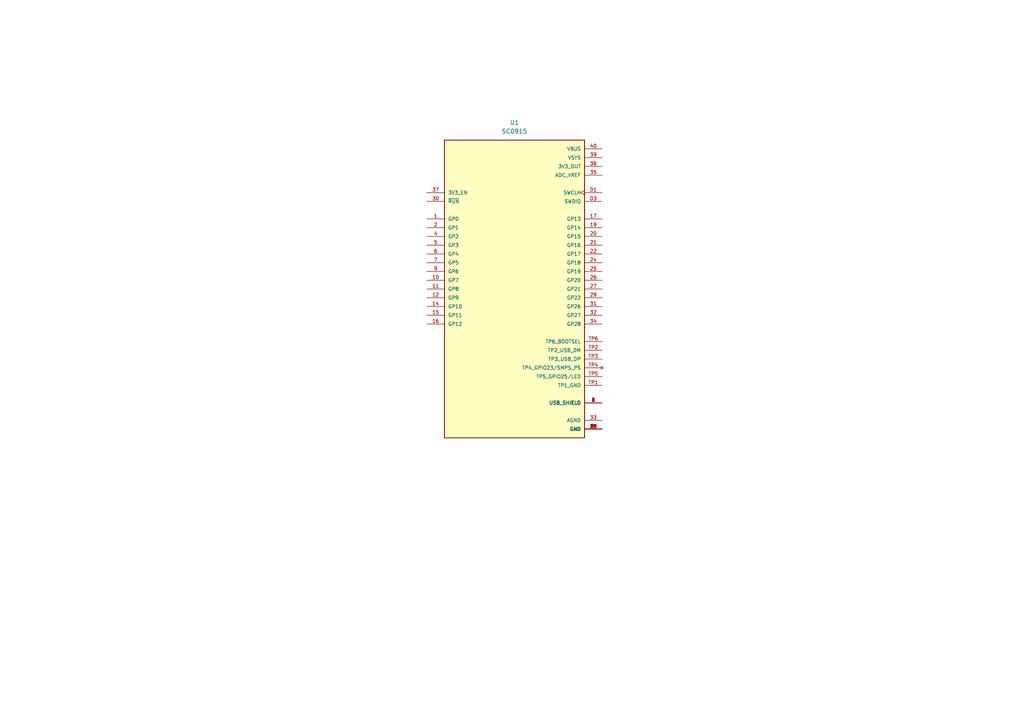
<source format=kicad_sch>
(kicad_sch (version 20211123) (generator eeschema)

  (uuid fdd2de03-662c-42ad-87ee-d75fe651d476)

  (paper "A4")

  (lib_symbols
    (symbol "Rp_Pico_Evaluation_Board:SC0915" (pin_names (offset 1.016)) (in_bom yes) (on_board yes)
      (property "Reference" "U" (id 0) (at -20.32 44.069 0)
        (effects (font (size 1.27 1.27)) (justify left bottom))
      )
      (property "Value" "SC0915" (id 1) (at -20.32 -45.72 0)
        (effects (font (size 1.27 1.27)) (justify left bottom))
      )
      (property "Footprint" "MODULE_SC0915" (id 2) (at 0 0 0)
        (effects (font (size 1.27 1.27)) (justify left bottom) hide)
      )
      (property "Datasheet" "" (id 3) (at 0 0 0)
        (effects (font (size 1.27 1.27)) (justify left bottom) hide)
      )
      (property "MAXIMUM_PACKAGE_HEIGHT" "3.73mm" (id 4) (at 0 0 0)
        (effects (font (size 1.27 1.27)) (justify left bottom) hide)
      )
      (property "MANUFACTURER" "Raspberry Pi" (id 5) (at 0 0 0)
        (effects (font (size 1.27 1.27)) (justify left bottom) hide)
      )
      (property "PARTREV" "1.6" (id 6) (at 0 0 0)
        (effects (font (size 1.27 1.27)) (justify left bottom) hide)
      )
      (property "STANDARD" "Manufacturer Recommendations" (id 7) (at 0 0 0)
        (effects (font (size 1.27 1.27)) (justify left bottom) hide)
      )
      (property "ki_locked" "" (id 8) (at 0 0 0)
        (effects (font (size 1.27 1.27)))
      )
      (symbol "SC0915_0_0"
        (rectangle (start -20.32 -43.18) (end 20.32 43.18)
          (stroke (width 0.254) (type default) (color 0 0 0 0))
          (fill (type background))
        )
        (pin bidirectional line (at -25.4 20.32 0) (length 5.08)
          (name "GP0" (effects (font (size 1.016 1.016))))
          (number "1" (effects (font (size 1.016 1.016))))
        )
        (pin bidirectional line (at -25.4 2.54 0) (length 5.08)
          (name "GP7" (effects (font (size 1.016 1.016))))
          (number "10" (effects (font (size 1.016 1.016))))
        )
        (pin bidirectional line (at -25.4 0 0) (length 5.08)
          (name "GP8" (effects (font (size 1.016 1.016))))
          (number "11" (effects (font (size 1.016 1.016))))
        )
        (pin bidirectional line (at -25.4 -2.54 0) (length 5.08)
          (name "GP9" (effects (font (size 1.016 1.016))))
          (number "12" (effects (font (size 1.016 1.016))))
        )
        (pin power_in line (at 25.4 -40.64 180) (length 5.08)
          (name "GND" (effects (font (size 1.016 1.016))))
          (number "13" (effects (font (size 1.016 1.016))))
        )
        (pin bidirectional line (at -25.4 -5.08 0) (length 5.08)
          (name "GP10" (effects (font (size 1.016 1.016))))
          (number "14" (effects (font (size 1.016 1.016))))
        )
        (pin bidirectional line (at -25.4 -7.62 0) (length 5.08)
          (name "GP11" (effects (font (size 1.016 1.016))))
          (number "15" (effects (font (size 1.016 1.016))))
        )
        (pin bidirectional line (at -25.4 -10.16 0) (length 5.08)
          (name "GP12" (effects (font (size 1.016 1.016))))
          (number "16" (effects (font (size 1.016 1.016))))
        )
        (pin bidirectional line (at 25.4 20.32 180) (length 5.08)
          (name "GP13" (effects (font (size 1.016 1.016))))
          (number "17" (effects (font (size 1.016 1.016))))
        )
        (pin power_in line (at 25.4 -40.64 180) (length 5.08)
          (name "GND" (effects (font (size 1.016 1.016))))
          (number "18" (effects (font (size 1.016 1.016))))
        )
        (pin bidirectional line (at 25.4 17.78 180) (length 5.08)
          (name "GP14" (effects (font (size 1.016 1.016))))
          (number "19" (effects (font (size 1.016 1.016))))
        )
        (pin bidirectional line (at -25.4 17.78 0) (length 5.08)
          (name "GP1" (effects (font (size 1.016 1.016))))
          (number "2" (effects (font (size 1.016 1.016))))
        )
        (pin bidirectional line (at 25.4 15.24 180) (length 5.08)
          (name "GP15" (effects (font (size 1.016 1.016))))
          (number "20" (effects (font (size 1.016 1.016))))
        )
        (pin bidirectional line (at 25.4 12.7 180) (length 5.08)
          (name "GP16" (effects (font (size 1.016 1.016))))
          (number "21" (effects (font (size 1.016 1.016))))
        )
        (pin bidirectional line (at 25.4 10.16 180) (length 5.08)
          (name "GP17" (effects (font (size 1.016 1.016))))
          (number "22" (effects (font (size 1.016 1.016))))
        )
        (pin power_in line (at 25.4 -40.64 180) (length 5.08)
          (name "GND" (effects (font (size 1.016 1.016))))
          (number "23" (effects (font (size 1.016 1.016))))
        )
        (pin bidirectional line (at 25.4 7.62 180) (length 5.08)
          (name "GP18" (effects (font (size 1.016 1.016))))
          (number "24" (effects (font (size 1.016 1.016))))
        )
        (pin bidirectional line (at 25.4 5.08 180) (length 5.08)
          (name "GP19" (effects (font (size 1.016 1.016))))
          (number "25" (effects (font (size 1.016 1.016))))
        )
        (pin bidirectional line (at 25.4 2.54 180) (length 5.08)
          (name "GP20" (effects (font (size 1.016 1.016))))
          (number "26" (effects (font (size 1.016 1.016))))
        )
        (pin bidirectional line (at 25.4 0 180) (length 5.08)
          (name "GP21" (effects (font (size 1.016 1.016))))
          (number "27" (effects (font (size 1.016 1.016))))
        )
        (pin power_in line (at 25.4 -40.64 180) (length 5.08)
          (name "GND" (effects (font (size 1.016 1.016))))
          (number "28" (effects (font (size 1.016 1.016))))
        )
        (pin bidirectional line (at 25.4 -2.54 180) (length 5.08)
          (name "GP22" (effects (font (size 1.016 1.016))))
          (number "29" (effects (font (size 1.016 1.016))))
        )
        (pin power_in line (at 25.4 -40.64 180) (length 5.08)
          (name "GND" (effects (font (size 1.016 1.016))))
          (number "3" (effects (font (size 1.016 1.016))))
        )
        (pin input line (at -25.4 25.4 0) (length 5.08)
          (name "~{RUN}" (effects (font (size 1.016 1.016))))
          (number "30" (effects (font (size 1.016 1.016))))
        )
        (pin bidirectional line (at 25.4 -5.08 180) (length 5.08)
          (name "GP26" (effects (font (size 1.016 1.016))))
          (number "31" (effects (font (size 1.016 1.016))))
        )
        (pin bidirectional line (at 25.4 -7.62 180) (length 5.08)
          (name "GP27" (effects (font (size 1.016 1.016))))
          (number "32" (effects (font (size 1.016 1.016))))
        )
        (pin power_in line (at 25.4 -38.1 180) (length 5.08)
          (name "AGND" (effects (font (size 1.016 1.016))))
          (number "33" (effects (font (size 1.016 1.016))))
        )
        (pin bidirectional line (at 25.4 -10.16 180) (length 5.08)
          (name "GP28" (effects (font (size 1.016 1.016))))
          (number "34" (effects (font (size 1.016 1.016))))
        )
        (pin power_in line (at 25.4 33.02 180) (length 5.08)
          (name "ADC_VREF" (effects (font (size 1.016 1.016))))
          (number "35" (effects (font (size 1.016 1.016))))
        )
        (pin power_in line (at 25.4 35.56 180) (length 5.08)
          (name "3V3_OUT" (effects (font (size 1.016 1.016))))
          (number "36" (effects (font (size 1.016 1.016))))
        )
        (pin input line (at -25.4 27.94 0) (length 5.08)
          (name "3V3_EN" (effects (font (size 1.016 1.016))))
          (number "37" (effects (font (size 1.016 1.016))))
        )
        (pin power_in line (at 25.4 -40.64 180) (length 5.08)
          (name "GND" (effects (font (size 1.016 1.016))))
          (number "38" (effects (font (size 1.016 1.016))))
        )
        (pin power_in line (at 25.4 38.1 180) (length 5.08)
          (name "VSYS" (effects (font (size 1.016 1.016))))
          (number "39" (effects (font (size 1.016 1.016))))
        )
        (pin bidirectional line (at -25.4 15.24 0) (length 5.08)
          (name "GP2" (effects (font (size 1.016 1.016))))
          (number "4" (effects (font (size 1.016 1.016))))
        )
        (pin power_in line (at 25.4 40.64 180) (length 5.08)
          (name "VBUS" (effects (font (size 1.016 1.016))))
          (number "40" (effects (font (size 1.016 1.016))))
        )
        (pin bidirectional line (at -25.4 12.7 0) (length 5.08)
          (name "GP3" (effects (font (size 1.016 1.016))))
          (number "5" (effects (font (size 1.016 1.016))))
        )
        (pin bidirectional line (at -25.4 10.16 0) (length 5.08)
          (name "GP4" (effects (font (size 1.016 1.016))))
          (number "6" (effects (font (size 1.016 1.016))))
        )
        (pin bidirectional line (at -25.4 7.62 0) (length 5.08)
          (name "GP5" (effects (font (size 1.016 1.016))))
          (number "7" (effects (font (size 1.016 1.016))))
        )
        (pin power_in line (at 25.4 -40.64 180) (length 5.08)
          (name "GND" (effects (font (size 1.016 1.016))))
          (number "8" (effects (font (size 1.016 1.016))))
        )
        (pin bidirectional line (at -25.4 5.08 0) (length 5.08)
          (name "GP6" (effects (font (size 1.016 1.016))))
          (number "9" (effects (font (size 1.016 1.016))))
        )
        (pin power_in line (at 25.4 -33.02 180) (length 5.08)
          (name "USB_SHIELD" (effects (font (size 1.016 1.016))))
          (number "A" (effects (font (size 1.016 1.016))))
        )
        (pin power_in line (at 25.4 -33.02 180) (length 5.08)
          (name "USB_SHIELD" (effects (font (size 1.016 1.016))))
          (number "B" (effects (font (size 1.016 1.016))))
        )
        (pin power_in line (at 25.4 -33.02 180) (length 5.08)
          (name "USB_SHIELD" (effects (font (size 1.016 1.016))))
          (number "C" (effects (font (size 1.016 1.016))))
        )
        (pin power_in line (at 25.4 -33.02 180) (length 5.08)
          (name "USB_SHIELD" (effects (font (size 1.016 1.016))))
          (number "D" (effects (font (size 1.016 1.016))))
        )
        (pin input clock (at 25.4 27.94 180) (length 5.08)
          (name "SWCLK" (effects (font (size 1.016 1.016))))
          (number "D1" (effects (font (size 1.016 1.016))))
        )
        (pin power_in line (at 25.4 -40.64 180) (length 5.08)
          (name "GND" (effects (font (size 1.016 1.016))))
          (number "D2" (effects (font (size 1.016 1.016))))
        )
        (pin bidirectional line (at 25.4 25.4 180) (length 5.08)
          (name "SWDIO" (effects (font (size 1.016 1.016))))
          (number "D3" (effects (font (size 1.016 1.016))))
        )
        (pin power_in line (at 25.4 -27.94 180) (length 5.08)
          (name "TP1_GND" (effects (font (size 1.016 1.016))))
          (number "TP1" (effects (font (size 1.016 1.016))))
        )
        (pin bidirectional line (at 25.4 -17.78 180) (length 5.08)
          (name "TP2_USB_DM" (effects (font (size 1.016 1.016))))
          (number "TP2" (effects (font (size 1.016 1.016))))
        )
        (pin bidirectional line (at 25.4 -20.32 180) (length 5.08)
          (name "TP3_USB_DP" (effects (font (size 1.016 1.016))))
          (number "TP3" (effects (font (size 1.016 1.016))))
        )
        (pin no_connect line (at 25.4 -22.86 180) (length 5.08)
          (name "TP4_GPIO23/SMPS_PS" (effects (font (size 1.016 1.016))))
          (number "TP4" (effects (font (size 1.016 1.016))))
        )
        (pin output line (at 25.4 -25.4 180) (length 5.08)
          (name "TP5_GPIO25/LED" (effects (font (size 1.016 1.016))))
          (number "TP5" (effects (font (size 1.016 1.016))))
        )
        (pin input line (at 25.4 -15.24 180) (length 5.08)
          (name "TP6_BOOTSEL" (effects (font (size 1.016 1.016))))
          (number "TP6" (effects (font (size 1.016 1.016))))
        )
      )
    )
  )


  (symbol (lib_id "Rp_Pico_Evaluation_Board:SC0915") (at 149.225 83.82 0) (unit 1)
    (in_bom yes) (on_board yes) (fields_autoplaced)
    (uuid 4cfff7b0-02c2-4b91-b5a6-68c64843fe0b)
    (property "Reference" "U1" (id 0) (at 149.225 35.56 0))
    (property "Value" "SC0915" (id 1) (at 149.225 38.1 0))
    (property "Footprint" "Rp_Pico_Evaluation_board:MODULE_SC0915" (id 2) (at 149.225 83.82 0)
      (effects (font (size 1.27 1.27)) (justify left bottom) hide)
    )
    (property "Datasheet" "" (id 3) (at 149.225 83.82 0)
      (effects (font (size 1.27 1.27)) (justify left bottom) hide)
    )
    (property "MAXIMUM_PACKAGE_HEIGHT" "3.73mm" (id 4) (at 149.225 83.82 0)
      (effects (font (size 1.27 1.27)) (justify left bottom) hide)
    )
    (property "MANUFACTURER" "Raspberry Pi" (id 5) (at 149.225 83.82 0)
      (effects (font (size 1.27 1.27)) (justify left bottom) hide)
    )
    (property "PARTREV" "1.6" (id 6) (at 149.225 83.82 0)
      (effects (font (size 1.27 1.27)) (justify left bottom) hide)
    )
    (property "STANDARD" "Manufacturer Recommendations" (id 7) (at 149.225 83.82 0)
      (effects (font (size 1.27 1.27)) (justify left bottom) hide)
    )
    (pin "1" (uuid 5b1c6b95-4f18-4c16-8c26-210b17c05e68))
    (pin "10" (uuid 156eec9d-6b40-468e-a257-e91024797313))
    (pin "11" (uuid d59f6bfd-5737-4906-aeb3-935bc57577a0))
    (pin "12" (uuid 065cd297-2a0a-4fa6-b3f6-4b03cd66731c))
    (pin "13" (uuid 0c0304ce-51af-4457-a03b-152bfb5c7add))
    (pin "14" (uuid 6893ccb0-eb61-4bb4-97de-2a3d68bd94de))
    (pin "15" (uuid ee7979fb-2d73-40c1-95ae-85d7213cd87b))
    (pin "16" (uuid e5c4bc05-caf1-47a4-aec5-e56db45536a1))
    (pin "17" (uuid 8a1c9b74-62c6-49ef-8f5c-aa5bed731fab))
    (pin "18" (uuid 57627714-98d0-40c8-8dc4-442b5b788714))
    (pin "19" (uuid 8d3bcc4e-5954-4f77-816a-be563c8abf3b))
    (pin "2" (uuid be2c802f-c0ce-4a2e-be48-654e672814f7))
    (pin "20" (uuid 83a558a8-3196-4949-b123-7d661efcb62a))
    (pin "21" (uuid 981cae44-cb69-4130-a279-ffcbcf153c1f))
    (pin "22" (uuid b7bf612b-ad1c-4211-9f21-2634006f5b05))
    (pin "23" (uuid e8a5592d-176d-48e0-8674-cd5e85613250))
    (pin "24" (uuid 2d1cfbfe-7bd4-4b08-a06a-26c16a10ad19))
    (pin "25" (uuid f5d983ab-8083-4323-a6c3-f1df34aeb9dd))
    (pin "26" (uuid 545e3c38-af18-4e8e-a19e-d6be4ecac00d))
    (pin "27" (uuid 933dbbc4-efae-46dd-9039-e90c922a63be))
    (pin "28" (uuid 097fc5c5-e7e5-4fc2-889e-4e0e00d55926))
    (pin "29" (uuid 55801df3-4121-4c51-b97c-c8282de78d18))
    (pin "3" (uuid e9aeac32-1d7c-4724-aa09-c7701d530922))
    (pin "30" (uuid 77a7a04e-e1bf-4cd7-a402-2f2e9ced1319))
    (pin "31" (uuid a993c6d9-0e49-4cbd-aba1-db2b9da0b5ef))
    (pin "32" (uuid 9dd8c54d-03c3-465f-9d7f-d3d281cbc6b7))
    (pin "33" (uuid bef9ad08-34a7-4a35-beb1-ebac51e1d504))
    (pin "34" (uuid 417929e6-e9b7-40fc-ab39-53a02789861f))
    (pin "35" (uuid e9e1fca4-8a14-466a-928a-88384c530330))
    (pin "36" (uuid 85d38251-5292-40b2-85be-442d58991b01))
    (pin "37" (uuid a027e020-6b54-4995-be92-16a8df15db80))
    (pin "38" (uuid 4aa7909b-6f24-4715-b409-b7e8ed402fb3))
    (pin "39" (uuid 81c9651c-1c08-47f8-b2be-1d2524c5f7b2))
    (pin "4" (uuid 258f8a27-9202-424c-b94c-6d279ee636ea))
    (pin "40" (uuid b9042834-5cce-4406-be7c-8615b33a5c6a))
    (pin "5" (uuid 45c9bfb2-7da7-41c0-b74e-350440305df4))
    (pin "6" (uuid e64bcbf5-157d-47bb-8c00-a7e5f2f22c27))
    (pin "7" (uuid 635acb44-2a4a-4ab3-ba13-e040172f4a25))
    (pin "8" (uuid 30488819-ddf7-4b1c-afba-d07ba8e8b3dc))
    (pin "9" (uuid 191762b4-a0e6-45a6-9888-7bc781ba8541))
    (pin "A" (uuid 7cd02cfa-e2d1-4e34-9b6e-c8b0c4077d41))
    (pin "B" (uuid 5fd84ff9-3283-4b9b-a709-824902a743f3))
    (pin "C" (uuid 12a5a6a0-7709-4ad7-846e-57be4347257d))
    (pin "D" (uuid de26d5c1-db4d-4ebd-a942-1686da79b0ec))
    (pin "D1" (uuid 4202d997-1deb-4ab4-9de6-218648c4d65b))
    (pin "D2" (uuid d4202dbb-2d9a-4417-ad20-ea3ff0efab9f))
    (pin "D3" (uuid 6280f5f5-582f-484b-9677-23b1357f4594))
    (pin "TP1" (uuid ffa1df5d-5ecb-4d6a-b51b-7d47d924e815))
    (pin "TP2" (uuid b6eacd78-730c-4a5b-b2ff-05ab3b31942b))
    (pin "TP3" (uuid 84163818-e213-406d-bb85-081f5500813a))
    (pin "TP4" (uuid 74f6d589-f3a0-4432-bd5f-cf14f7fe0081))
    (pin "TP5" (uuid 75da4e40-37a0-4f19-ba2f-2a1f482ec737))
    (pin "TP6" (uuid 80365d0b-fe6f-4ea6-adb5-6aa9caa24fe7))
  )

  (sheet_instances
    (path "/" (page "1"))
  )

  (symbol_instances
    (path "/4cfff7b0-02c2-4b91-b5a6-68c64843fe0b"
      (reference "U1") (unit 1) (value "SC0915") (footprint "Rp_Pico_Evaluation_board:MODULE_SC0915")
    )
  )
)

</source>
